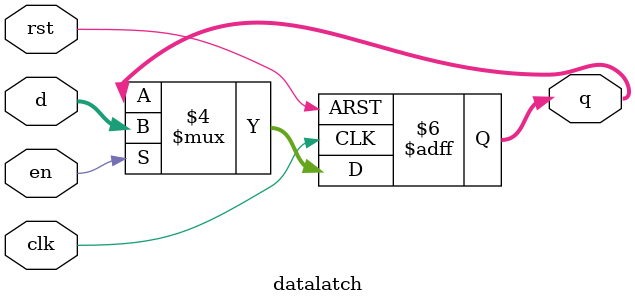
<source format=v>


/*
opcodes
0 : Add
1 : Subtract
2 : Invert A
3 : Invert B
4 : A & B
5 : A | B
6 : A ^ B
7 : ~(A ^ B)
*/



module Alu(
input   [2:0]   Opcode,
input   [3:0]   Data,
input           GO,
input           clk,
input           reset,
output  [3:0]   Result,
output          cout,
output          borrow,
output          led_idle,
output          led_wait,
output          led_rdy,
output          led_done
);
wire    [3:0]   A,
                B;
wire    [2:0]   op;
wire            enA,
                enB,
                enOp;

datalatch       Alatch(clk, reset, enA,  Data, A);
datalatch       Blatch(clk, reset, enB,  Data, B);
datalatch       opCode(clk, reset, enOp, Opcode, op);
Math        math(A, B, op, Result, cout, borrow);
Controller  cnt(clk, reset, GO, enA, enB, enOp, led_idle, led_wait, led_rdy, led_done);
endmodule



module Math(
input       [3:0]   A,
input       [3:0]   B,
input       [2:0]   op,
output  reg [3:0]   result,
output  reg         carry,
output  reg         borrow
);
parameter   Add     = 3'h0,
            Sub     = 3'h1,
            NotA    = 3'h2,
            NotB    = 3'h3,
            And     = 3'h4,
            Or      = 3'h5,
            Xor     = 3'h6,
            Xnor    = 3'h7;
always@ (*)
begin
    case(op)
    Add:
    begin
        {carry, result} = A + B;
        borrow = 0;
    end
    Sub:
    begin
        {borrow, result} = A - B;
        carry = 0;
    end
    NotA:
    begin
        result = ~A;
        {carry, borrow} = 0;
    end
    NotB:
    begin
        result = ~B;
        {carry, borrow} = 0;
    end
    And:
    begin
        result = A & B;
        {carry, borrow} = 0;
    end
    Or:
    begin
        result = A | B;
        {carry, borrow} = 0;
    end
    Xor:
    begin
        result = A ^ B;
        {carry, borrow} = 0;
    end
    Xnor:
    begin
        result = ~ A ^ B;
        {carry, borrow} = 0;
    end
    endcase
end
endmodule




module Controller(
input       clk,
input       rst,
input       go,
output  reg enA,
output  reg enB,
output  reg enOp,
output  reg led_idle,
output  reg led_wait,
output  reg led_rdy,
output  reg led_done
);
parameter   s_Reset     = 3'h0,
            s_Ready     = 3'h1,
            s_LatchA    = 3'h2,
            s_LatchB    = 3'h3,
            s_Work      = 3'h4,
            s_Done      = 3'h5;
parameter   o_Reset     = 7'b0001000,//{enA,enB,enOp,led_idle,led_wait,led_rdy,led_done}
            o_Ready     = 7'b0000010,
            o_LatchA    = 7'b1000100,
            o_LatchB    = 7'b0110000,
            o_Work      = 7'b0000000,
            o_Done      = 7'b0000001;
reg [2:0]   state;
always@ (posedge clk or posedge rst)
begin
    if(rst)
        state = s_Reset;
    else
    case(state)
    s_Reset:
        state = s_Ready;
    s_Ready:
        if(go)
            state = s_LatchA;
        else
            state = state;
    s_LatchA:
        if(go)
            state = state;
        else
            state = s_LatchB;
    s_LatchB:
        state = s_Work;
    s_Work:
        state = s_Done;
    s_Done:
        state = s_Ready;
    default:
        state = s_Reset;
    endcase
end
always@ (*)
    case(state)
    s_Reset: {enA,enB,enOp,led_idle,led_wait,led_rdy,led_done} = o_Reset;
    s_Ready: {enA,enB,enOp,led_idle,led_wait,led_rdy,led_done} = o_Ready;
    s_LatchA:{enA,enB,enOp,led_idle,led_wait,led_rdy,led_done} = o_LatchA;
    s_LatchB:{enA,enB,enOp,led_idle,led_wait,led_rdy,led_done} = o_LatchB;
    s_Work:  {enA,enB,enOp,led_idle,led_wait,led_rdy,led_done} = o_Work;
    s_Done:  {enA,enB,enOp,led_idle,led_wait,led_rdy,led_done} = o_Done;
    default: {enA,enB,enOp,led_idle,led_wait,led_rdy,led_done} = o_Reset;
    endcase
endmodule


module datalatch(
input               clk,
input               rst,
input               en,
input       [3:0]   d,
output  reg [3:0]   q
);
always@(posedge ~clk or posedge rst)
begin
    if(rst)
        q = 0;
    else
        if(en)
            q = d;
        else
            q = q;
end
endmodule



</source>
